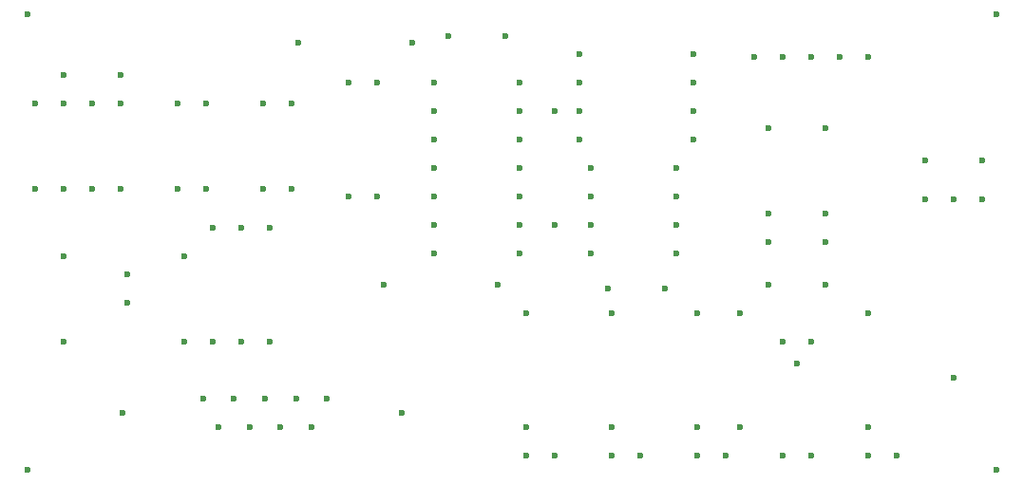
<source format=gbr>
G04                                                                  *
G04 SOURCE        : LAYO1 PCB.EXE VERSION 10                         *
G04 FORMAT        : GERBER RS-274X, Inch, 2.4, Leading Zero          *
G04 TITLE         : MGV98_DRILL PROGRAM                              *
G04 TIME          : Tuesday, November 04, 2008  15:45:56             *
G04                                                                  *
G04 Board width   : 106.680 mm. =  4.2000 inch                       *
G04 Board height  :  48.260 mm. =  1.9000 inch                       *
G04 Board offset  :   0.000 mm. =  0.0000 inch                       *
G04 Board offset  :   0.000 mm. =  0.0000 inch                       *
G04                                                                  *
G04 Apertures:                                                       *
G04       Type          X       Y             X       Y        Used  *
G04                      Inches                Metric                *
G04 D10   Round       0.0236  0.0236        0.600   0.600       131  *
G04                                                                  *
%FSLAX24Y24*
MOIN*
SFA1.0B1.0*%
%ADD10C,0.0236*%
%LNDRILL PROGRAM*%
G54D10*
X006750Y011375D03*
X009750Y011375D03*
X029250Y009125D03*
X026250Y012125D03*
X026250Y009125D03*
X032500Y013500D03*
X034500Y009500D03*
X017000Y004000D03*
X015914Y004000D03*
X014289Y003000D03*
X013203Y003000D03*
X019641Y003500D03*
X009820Y003500D03*
X039000Y004750D03*
X023750Y012125D03*
X006500Y017500D03*
X040500Y017500D03*
X040500Y001500D03*
X006500Y001500D03*
X029250Y010125D03*
X029875Y015125D03*
X029875Y016125D03*
X016461Y003000D03*
X014750Y011375D03*
X015000Y006000D03*
X015375Y003000D03*
X014000Y006000D03*
X014828Y004000D03*
X007750Y011375D03*
X014000Y010000D03*
X007750Y009000D03*
X025000Y014125D03*
X023750Y011125D03*
X029250Y011125D03*
X025000Y010125D03*
X029875Y013125D03*
X008750Y014375D03*
X023000Y008000D03*
X023750Y010125D03*
X026250Y011125D03*
X025875Y014125D03*
X032500Y009500D03*
X025875Y013125D03*
X029875Y014125D03*
X013000Y006000D03*
X013742Y004000D03*
X012750Y011375D03*
X008750Y011375D03*
X010000Y007375D03*
X012656Y004000D03*
X007750Y006000D03*
X024000Y003000D03*
X024000Y002000D03*
X011750Y014375D03*
X018750Y011125D03*
X020750Y011125D03*
X034000Y006000D03*
X032500Y010500D03*
X032500Y008000D03*
X025000Y002000D03*
X034500Y013500D03*
X036000Y007000D03*
X035000Y016000D03*
X011750Y011375D03*
X013000Y010000D03*
X031500Y003000D03*
X020750Y012125D03*
X033500Y005250D03*
X031500Y007000D03*
X012000Y009000D03*
X015000Y010000D03*
X012000Y006000D03*
X010000Y008375D03*
X015750Y011375D03*
X036000Y003000D03*
X036000Y002000D03*
X034000Y002000D03*
X033000Y016000D03*
X020000Y016500D03*
X020750Y014125D03*
X017750Y015125D03*
X014750Y014375D03*
X017750Y011125D03*
X028000Y002000D03*
X020750Y013125D03*
X027000Y003000D03*
X027000Y002000D03*
X030000Y003000D03*
X030000Y002000D03*
X029250Y012125D03*
X032000Y016000D03*
X028875Y007875D03*
X026250Y010125D03*
X025875Y015125D03*
X040000Y011000D03*
X036000Y016000D03*
X026875Y007875D03*
X007750Y014375D03*
X006750Y014375D03*
X034500Y010500D03*
X034500Y008000D03*
X019000Y008000D03*
X018750Y015125D03*
X024000Y007000D03*
X027000Y007000D03*
X030000Y007000D03*
X038000Y012375D03*
X038000Y011000D03*
X007750Y015375D03*
X016000Y016500D03*
X023750Y009125D03*
X020750Y015125D03*
X020750Y010125D03*
X020750Y009125D03*
X015750Y014375D03*
X021250Y016750D03*
X012750Y014375D03*
X009750Y014375D03*
X033000Y006000D03*
X025875Y016125D03*
X040000Y012375D03*
X031000Y002000D03*
X037000Y002000D03*
X033000Y002000D03*
X039000Y011000D03*
X034000Y016000D03*
X009750Y015375D03*
X023750Y013125D03*
X023750Y014125D03*
X023750Y015125D03*
X023250Y016750D03*
M02*

</source>
